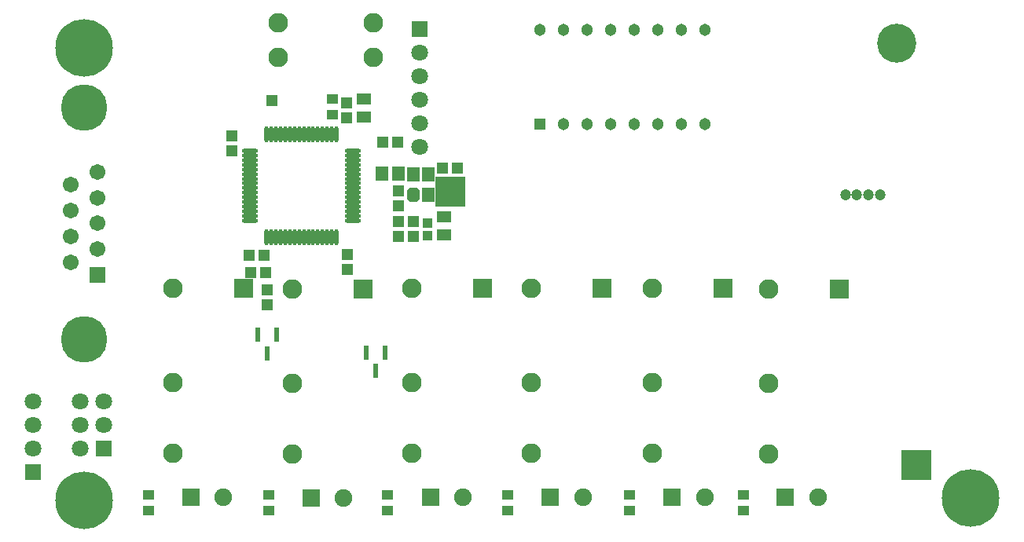
<source format=gbr>
%TF.GenerationSoftware,Altium Limited,Altium NEXUS,2.1.9 (83)*%
G04 Layer_Color=16711935*
%FSLAX44Y44*%
%MOMM*%
%TF.FileFunction,Soldermask,Bot*%
%TF.Part,Single*%
G01*
G75*
%TA.AperFunction,SMDPad,CuDef*%
%ADD23R,0.6100X1.6100*%
%ADD75R,1.2032X1.1032*%
%ADD76R,1.6032X1.2032*%
%ADD82R,1.2032X1.2032*%
%ADD90R,1.2032X1.2032*%
%TA.AperFunction,ComponentPad*%
%ADD91R,2.1032X2.1032*%
%ADD92C,2.1032*%
%ADD93R,1.9032X1.9032*%
%ADD94C,1.9032*%
%TA.AperFunction,ViaPad*%
%ADD95C,4.2032*%
%ADD96C,6.2032*%
%TA.AperFunction,ComponentPad*%
%ADD97R,1.8032X1.8032*%
%ADD98C,1.8032*%
%ADD99C,1.2032*%
%ADD100R,1.3032X1.3032*%
%ADD101C,1.3032*%
%ADD102C,5.0032*%
%ADD103C,1.7032*%
%ADD104R,1.7032X1.7032*%
%TA.AperFunction,SMDPad,CuDef*%
%ADD105R,3.2032X3.2032*%
%ADD106R,1.3532X1.6032*%
G04:AMPARAMS|DCode=107|XSize=1.6032mm|YSize=1.3532mm|CornerRadius=0mm|HoleSize=0mm|Usage=FLASHONLY|Rotation=270.000|XOffset=0mm|YOffset=0mm|HoleType=Round|Shape=Octagon|*
%AMOCTAGOND107*
4,1,8,-0.3383,-0.8016,0.3383,-0.8016,0.6766,-0.4633,0.6766,0.4633,0.3383,0.8016,-0.3383,0.8016,-0.6766,0.4633,-0.6766,-0.4633,-0.3383,-0.8016,0.0*
%
%ADD107OCTAGOND107*%

%ADD108R,1.4032X1.6032*%
%ADD109R,1.1032X1.0032*%
%ADD110O,1.7532X0.4532*%
%ADD111O,0.4532X1.7532*%
D23*
X663866Y439078D02*
D03*
X674116Y458978D02*
D03*
X653616D02*
D03*
X547370Y458172D02*
D03*
X557620Y478072D02*
D03*
X537120D02*
D03*
D75*
X1060450Y288680D02*
D03*
Y305680D02*
D03*
X937768Y288680D02*
D03*
Y305680D02*
D03*
X806196Y288680D02*
D03*
Y305680D02*
D03*
X548894Y288680D02*
D03*
Y305680D02*
D03*
X419100Y288680D02*
D03*
Y305680D02*
D03*
X676910Y288680D02*
D03*
Y305680D02*
D03*
X617220Y715400D02*
D03*
Y732400D02*
D03*
D76*
X651510Y732470D02*
D03*
Y712470D02*
D03*
X737870Y605630D02*
D03*
Y585630D02*
D03*
D82*
X547370Y510160D02*
D03*
Y526160D02*
D03*
X509270Y692530D02*
D03*
Y676530D02*
D03*
X688340Y616840D02*
D03*
Y632840D02*
D03*
X704850Y583820D02*
D03*
Y599820D02*
D03*
X688340Y583820D02*
D03*
Y599820D02*
D03*
X633730Y548260D02*
D03*
Y564260D02*
D03*
X632460Y712090D02*
D03*
Y728090D02*
D03*
D90*
X552450Y730250D02*
D03*
X529464Y545338D02*
D03*
X545464D02*
D03*
X687450Y685800D02*
D03*
X671450D02*
D03*
X543940Y563880D02*
D03*
X527940D02*
D03*
X752220Y657860D02*
D03*
X736220D02*
D03*
D91*
X650240Y527304D02*
D03*
X1163574Y527558D02*
D03*
X1038352Y528320D02*
D03*
X907542Y528066D02*
D03*
X779526Y528320D02*
D03*
X521970Y528574D02*
D03*
D92*
X574040Y349504D02*
D03*
Y425704D02*
D03*
Y527304D02*
D03*
X1087374Y349758D02*
D03*
Y425958D02*
D03*
Y527558D02*
D03*
X962152Y350520D02*
D03*
Y426720D02*
D03*
Y528320D02*
D03*
X831342Y350266D02*
D03*
Y426466D02*
D03*
Y528066D02*
D03*
X703326Y350520D02*
D03*
Y426720D02*
D03*
Y528320D02*
D03*
X445770Y350774D02*
D03*
Y426974D02*
D03*
Y528574D02*
D03*
X661912Y814494D02*
D03*
X559412D02*
D03*
X661912Y777494D02*
D03*
X559412D02*
D03*
D93*
X852170Y302720D02*
D03*
X464820D02*
D03*
X594360Y302260D02*
D03*
X723190Y302720D02*
D03*
X983540D02*
D03*
X1105460D02*
D03*
D94*
X887170D02*
D03*
X499820D02*
D03*
X629360Y302260D02*
D03*
X758190Y302720D02*
D03*
X1018540D02*
D03*
X1140460D02*
D03*
D95*
X1225042Y792734D02*
D03*
D96*
X1305306Y302260D02*
D03*
X350000Y299720D02*
D03*
Y787400D02*
D03*
D97*
X711200Y807720D02*
D03*
X294640Y330200D02*
D03*
X370840Y355600D02*
D03*
D98*
X711200Y782320D02*
D03*
Y756920D02*
D03*
Y731520D02*
D03*
Y706120D02*
D03*
Y680720D02*
D03*
X294640Y406400D02*
D03*
Y381000D02*
D03*
Y355600D02*
D03*
X345440Y406400D02*
D03*
X370840D02*
D03*
X345440Y381000D02*
D03*
X370840D02*
D03*
X345440Y355600D02*
D03*
D99*
X1207570Y628650D02*
D03*
X1195070D02*
D03*
X1182570D02*
D03*
X1170070D02*
D03*
D100*
X840740Y704850D02*
D03*
D101*
X866140D02*
D03*
X891540D02*
D03*
X916940D02*
D03*
X942340D02*
D03*
X967740D02*
D03*
X993140D02*
D03*
X1018540D02*
D03*
Y806450D02*
D03*
X993140D02*
D03*
X967740D02*
D03*
X942340D02*
D03*
X916940D02*
D03*
X891540D02*
D03*
X866140D02*
D03*
X840740D02*
D03*
D102*
X350000Y473170D02*
D03*
Y723170D02*
D03*
D103*
X335800Y639720D02*
D03*
Y612020D02*
D03*
Y584320D02*
D03*
Y556620D02*
D03*
X364200Y570470D02*
D03*
Y653570D02*
D03*
Y625870D02*
D03*
Y598170D02*
D03*
D104*
Y542770D02*
D03*
D105*
X1246632Y337566D02*
D03*
X744220Y632460D02*
D03*
D106*
X704470Y651080D02*
D03*
X720470Y629080D02*
D03*
Y651080D02*
D03*
D107*
X704470Y629080D02*
D03*
D108*
X688450Y651510D02*
D03*
X670450D02*
D03*
D109*
X720090Y584820D02*
D03*
Y598820D02*
D03*
D110*
X639450Y676310D02*
D03*
Y671310D02*
D03*
Y666310D02*
D03*
Y661310D02*
D03*
Y656310D02*
D03*
Y651310D02*
D03*
Y646310D02*
D03*
Y641310D02*
D03*
Y636310D02*
D03*
Y631310D02*
D03*
Y626310D02*
D03*
Y621310D02*
D03*
Y616310D02*
D03*
Y611310D02*
D03*
Y606310D02*
D03*
Y601310D02*
D03*
X528950D02*
D03*
Y606310D02*
D03*
Y611310D02*
D03*
Y616310D02*
D03*
Y621310D02*
D03*
Y626310D02*
D03*
Y631310D02*
D03*
Y636310D02*
D03*
Y641310D02*
D03*
Y646310D02*
D03*
Y651310D02*
D03*
Y656310D02*
D03*
Y661310D02*
D03*
Y666310D02*
D03*
Y671310D02*
D03*
Y676310D02*
D03*
D111*
X621700Y583560D02*
D03*
X616700D02*
D03*
X611700D02*
D03*
X606700D02*
D03*
X601700D02*
D03*
X596700D02*
D03*
X591700D02*
D03*
X586700D02*
D03*
X581700D02*
D03*
X576700D02*
D03*
X571700D02*
D03*
X566700D02*
D03*
X561700D02*
D03*
X556700D02*
D03*
X551700D02*
D03*
X546700D02*
D03*
Y694060D02*
D03*
X551700D02*
D03*
X556700D02*
D03*
X561700D02*
D03*
X566700D02*
D03*
X571700D02*
D03*
X576700D02*
D03*
X581700D02*
D03*
X586700D02*
D03*
X591700D02*
D03*
X596700D02*
D03*
X601700D02*
D03*
X606700D02*
D03*
X611700D02*
D03*
X616700D02*
D03*
X621700D02*
D03*
%TF.MD5,560ca64aa6776571c8a36dd6e0c509bf*%
M02*

</source>
